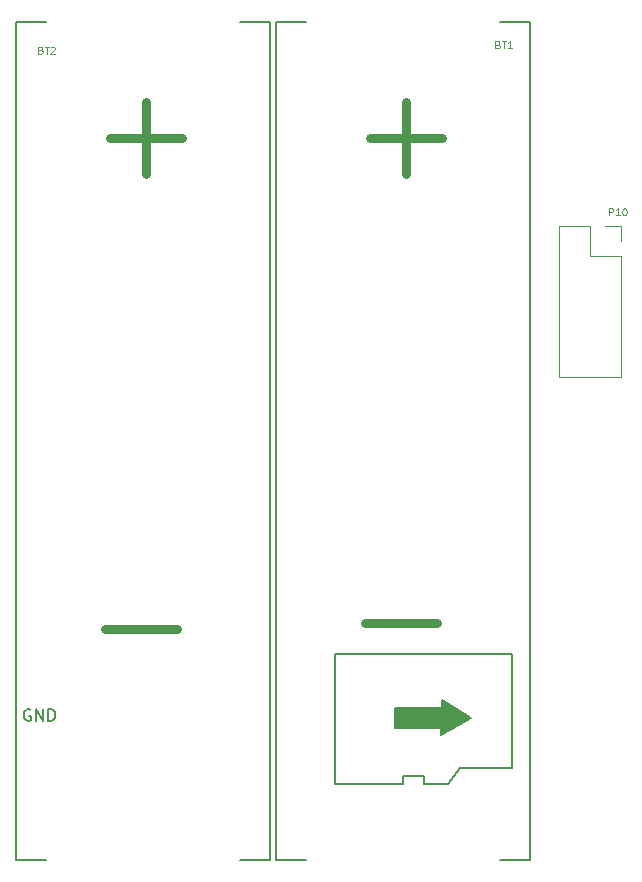
<source format=gbr>
%TF.GenerationSoftware,KiCad,Pcbnew,7.0.10*%
%TF.CreationDate,2025-01-07T15:55:25-07:00*%
%TF.ProjectId,HATB_ver_8.3.1,48415442-5f76-4657-925f-382e332e312e,8.3.1*%
%TF.SameCoordinates,Original*%
%TF.FileFunction,Legend,Top*%
%TF.FilePolarity,Positive*%
%FSLAX46Y46*%
G04 Gerber Fmt 4.6, Leading zero omitted, Abs format (unit mm)*
G04 Created by KiCad (PCBNEW 7.0.10) date 2025-01-07 15:55:25*
%MOMM*%
%LPD*%
G01*
G04 APERTURE LIST*
%ADD10C,0.150000*%
%ADD11C,0.200000*%
%ADD12C,0.100000*%
%ADD13C,0.800000*%
%ADD14C,0.120000*%
G04 APERTURE END LIST*
D10*
X209580000Y-117710000D02*
X209570000Y-108040000D01*
X205160000Y-117710000D02*
X209580000Y-117710000D01*
X206030000Y-113460000D02*
X203540000Y-114890000D01*
X203540000Y-114290000D01*
X203560000Y-114280000D01*
X199660000Y-114290000D01*
X199670000Y-112660000D01*
X203580000Y-112660000D01*
X203580000Y-111980000D01*
X206030000Y-113460000D01*
G36*
X206030000Y-113460000D02*
G01*
X203540000Y-114890000D01*
X203540000Y-114290000D01*
X203560000Y-114280000D01*
X199660000Y-114290000D01*
X199670000Y-112660000D01*
X203580000Y-112660000D01*
X203580000Y-111980000D01*
X206030000Y-113460000D01*
G37*
X200340000Y-119080000D02*
X200330000Y-118350000D01*
X194540000Y-108050000D02*
X194540000Y-119070000D01*
X209570000Y-108040000D02*
X194540000Y-108050000D01*
X202120000Y-118350000D02*
X202120000Y-119060000D01*
X204100000Y-119070000D02*
X205160000Y-117710000D01*
X202120000Y-119060000D02*
X204100000Y-119070000D01*
X202120000Y-118350000D02*
X200330000Y-118350000D01*
X194540000Y-119070000D02*
X200340000Y-119080000D01*
X202120000Y-119060000D02*
X202120000Y-118350000D01*
D11*
X168768095Y-112749838D02*
X168672857Y-112702219D01*
X168672857Y-112702219D02*
X168530000Y-112702219D01*
X168530000Y-112702219D02*
X168387143Y-112749838D01*
X168387143Y-112749838D02*
X168291905Y-112845076D01*
X168291905Y-112845076D02*
X168244286Y-112940314D01*
X168244286Y-112940314D02*
X168196667Y-113130790D01*
X168196667Y-113130790D02*
X168196667Y-113273647D01*
X168196667Y-113273647D02*
X168244286Y-113464123D01*
X168244286Y-113464123D02*
X168291905Y-113559361D01*
X168291905Y-113559361D02*
X168387143Y-113654600D01*
X168387143Y-113654600D02*
X168530000Y-113702219D01*
X168530000Y-113702219D02*
X168625238Y-113702219D01*
X168625238Y-113702219D02*
X168768095Y-113654600D01*
X168768095Y-113654600D02*
X168815714Y-113606980D01*
X168815714Y-113606980D02*
X168815714Y-113273647D01*
X168815714Y-113273647D02*
X168625238Y-113273647D01*
X169244286Y-113702219D02*
X169244286Y-112702219D01*
X169244286Y-112702219D02*
X169815714Y-113702219D01*
X169815714Y-113702219D02*
X169815714Y-112702219D01*
X170291905Y-113702219D02*
X170291905Y-112702219D01*
X170291905Y-112702219D02*
X170530000Y-112702219D01*
X170530000Y-112702219D02*
X170672857Y-112749838D01*
X170672857Y-112749838D02*
X170768095Y-112845076D01*
X170768095Y-112845076D02*
X170815714Y-112940314D01*
X170815714Y-112940314D02*
X170863333Y-113130790D01*
X170863333Y-113130790D02*
X170863333Y-113273647D01*
X170863333Y-113273647D02*
X170815714Y-113464123D01*
X170815714Y-113464123D02*
X170768095Y-113559361D01*
X170768095Y-113559361D02*
X170672857Y-113654600D01*
X170672857Y-113654600D02*
X170530000Y-113702219D01*
X170530000Y-113702219D02*
X170291905Y-113702219D01*
D12*
X217751428Y-70912371D02*
X217751428Y-70312371D01*
X217751428Y-70312371D02*
X217979999Y-70312371D01*
X217979999Y-70312371D02*
X218037142Y-70340942D01*
X218037142Y-70340942D02*
X218065713Y-70369514D01*
X218065713Y-70369514D02*
X218094285Y-70426657D01*
X218094285Y-70426657D02*
X218094285Y-70512371D01*
X218094285Y-70512371D02*
X218065713Y-70569514D01*
X218065713Y-70569514D02*
X218037142Y-70598085D01*
X218037142Y-70598085D02*
X217979999Y-70626657D01*
X217979999Y-70626657D02*
X217751428Y-70626657D01*
X218665713Y-70912371D02*
X218322856Y-70912371D01*
X218494285Y-70912371D02*
X218494285Y-70312371D01*
X218494285Y-70312371D02*
X218437142Y-70398085D01*
X218437142Y-70398085D02*
X218379999Y-70455228D01*
X218379999Y-70455228D02*
X218322856Y-70483800D01*
X219037142Y-70312371D02*
X219094285Y-70312371D01*
X219094285Y-70312371D02*
X219151428Y-70340942D01*
X219151428Y-70340942D02*
X219180000Y-70369514D01*
X219180000Y-70369514D02*
X219208571Y-70426657D01*
X219208571Y-70426657D02*
X219237142Y-70540942D01*
X219237142Y-70540942D02*
X219237142Y-70683800D01*
X219237142Y-70683800D02*
X219208571Y-70798085D01*
X219208571Y-70798085D02*
X219180000Y-70855228D01*
X219180000Y-70855228D02*
X219151428Y-70883800D01*
X219151428Y-70883800D02*
X219094285Y-70912371D01*
X219094285Y-70912371D02*
X219037142Y-70912371D01*
X219037142Y-70912371D02*
X218980000Y-70883800D01*
X218980000Y-70883800D02*
X218951428Y-70855228D01*
X218951428Y-70855228D02*
X218922857Y-70798085D01*
X218922857Y-70798085D02*
X218894285Y-70683800D01*
X218894285Y-70683800D02*
X218894285Y-70540942D01*
X218894285Y-70540942D02*
X218922857Y-70426657D01*
X218922857Y-70426657D02*
X218951428Y-70369514D01*
X218951428Y-70369514D02*
X218980000Y-70340942D01*
X218980000Y-70340942D02*
X219037142Y-70312371D01*
X208338571Y-56448085D02*
X208424285Y-56476657D01*
X208424285Y-56476657D02*
X208452856Y-56505228D01*
X208452856Y-56505228D02*
X208481428Y-56562371D01*
X208481428Y-56562371D02*
X208481428Y-56648085D01*
X208481428Y-56648085D02*
X208452856Y-56705228D01*
X208452856Y-56705228D02*
X208424285Y-56733800D01*
X208424285Y-56733800D02*
X208367142Y-56762371D01*
X208367142Y-56762371D02*
X208138571Y-56762371D01*
X208138571Y-56762371D02*
X208138571Y-56162371D01*
X208138571Y-56162371D02*
X208338571Y-56162371D01*
X208338571Y-56162371D02*
X208395714Y-56190942D01*
X208395714Y-56190942D02*
X208424285Y-56219514D01*
X208424285Y-56219514D02*
X208452856Y-56276657D01*
X208452856Y-56276657D02*
X208452856Y-56333800D01*
X208452856Y-56333800D02*
X208424285Y-56390942D01*
X208424285Y-56390942D02*
X208395714Y-56419514D01*
X208395714Y-56419514D02*
X208338571Y-56448085D01*
X208338571Y-56448085D02*
X208138571Y-56448085D01*
X208652856Y-56162371D02*
X208995714Y-56162371D01*
X208824285Y-56762371D02*
X208824285Y-56162371D01*
X209509999Y-56762371D02*
X209167142Y-56762371D01*
X209338571Y-56762371D02*
X209338571Y-56162371D01*
X209338571Y-56162371D02*
X209281428Y-56248085D01*
X209281428Y-56248085D02*
X209224285Y-56305228D01*
X209224285Y-56305228D02*
X209167142Y-56333800D01*
D13*
X197132380Y-105431733D02*
X203227619Y-105431733D01*
X197522380Y-64331733D02*
X203617619Y-64331733D01*
X200569999Y-67379352D02*
X200569999Y-61284114D01*
D12*
X169648571Y-56908085D02*
X169734285Y-56936657D01*
X169734285Y-56936657D02*
X169762856Y-56965228D01*
X169762856Y-56965228D02*
X169791428Y-57022371D01*
X169791428Y-57022371D02*
X169791428Y-57108085D01*
X169791428Y-57108085D02*
X169762856Y-57165228D01*
X169762856Y-57165228D02*
X169734285Y-57193800D01*
X169734285Y-57193800D02*
X169677142Y-57222371D01*
X169677142Y-57222371D02*
X169448571Y-57222371D01*
X169448571Y-57222371D02*
X169448571Y-56622371D01*
X169448571Y-56622371D02*
X169648571Y-56622371D01*
X169648571Y-56622371D02*
X169705714Y-56650942D01*
X169705714Y-56650942D02*
X169734285Y-56679514D01*
X169734285Y-56679514D02*
X169762856Y-56736657D01*
X169762856Y-56736657D02*
X169762856Y-56793800D01*
X169762856Y-56793800D02*
X169734285Y-56850942D01*
X169734285Y-56850942D02*
X169705714Y-56879514D01*
X169705714Y-56879514D02*
X169648571Y-56908085D01*
X169648571Y-56908085D02*
X169448571Y-56908085D01*
X169962856Y-56622371D02*
X170305714Y-56622371D01*
X170134285Y-57222371D02*
X170134285Y-56622371D01*
X170477142Y-56679514D02*
X170505714Y-56650942D01*
X170505714Y-56650942D02*
X170562857Y-56622371D01*
X170562857Y-56622371D02*
X170705714Y-56622371D01*
X170705714Y-56622371D02*
X170762857Y-56650942D01*
X170762857Y-56650942D02*
X170791428Y-56679514D01*
X170791428Y-56679514D02*
X170819999Y-56736657D01*
X170819999Y-56736657D02*
X170819999Y-56793800D01*
X170819999Y-56793800D02*
X170791428Y-56879514D01*
X170791428Y-56879514D02*
X170448571Y-57222371D01*
X170448571Y-57222371D02*
X170819999Y-57222371D01*
D13*
X175522380Y-64331733D02*
X181617619Y-64331733D01*
X178569999Y-67379352D02*
X178569999Y-61284114D01*
X175102380Y-105921733D02*
X181197619Y-105921733D01*
D14*
%TO.C,P10*%
X213530000Y-84600000D02*
X218730000Y-84600000D01*
X218730000Y-74380000D02*
X218730000Y-84600000D01*
X216130000Y-74380000D02*
X218730000Y-74380000D01*
X216130000Y-71780000D02*
X216130000Y-74380000D01*
X217400000Y-71780000D02*
X218730000Y-71780000D01*
X213530000Y-71780000D02*
X213530000Y-84600000D01*
X213530000Y-71780000D02*
X216130000Y-71780000D01*
X218730000Y-71780000D02*
X218730000Y-73110000D01*
D10*
%TO.C,BT1*%
X189560000Y-54500000D02*
X189560000Y-125500000D01*
X211060000Y-54500000D02*
X208510000Y-54500000D01*
X189560000Y-125500000D02*
X192110000Y-125500000D01*
X211060000Y-125500000D02*
X208510000Y-125500000D01*
X189560000Y-54500000D02*
X192110000Y-54500000D01*
X211060000Y-54500000D02*
X211060000Y-125500000D01*
%TO.C,BT2*%
X167560000Y-54500000D02*
X170110000Y-54500000D01*
X167560000Y-54500000D02*
X167560000Y-125500000D01*
X189060000Y-54500000D02*
X189060000Y-125500000D01*
X167560000Y-125500000D02*
X170110000Y-125500000D01*
X189060000Y-125500000D02*
X186510000Y-125500000D01*
X189060000Y-54500000D02*
X186510000Y-54500000D01*
%TD*%
M02*

</source>
